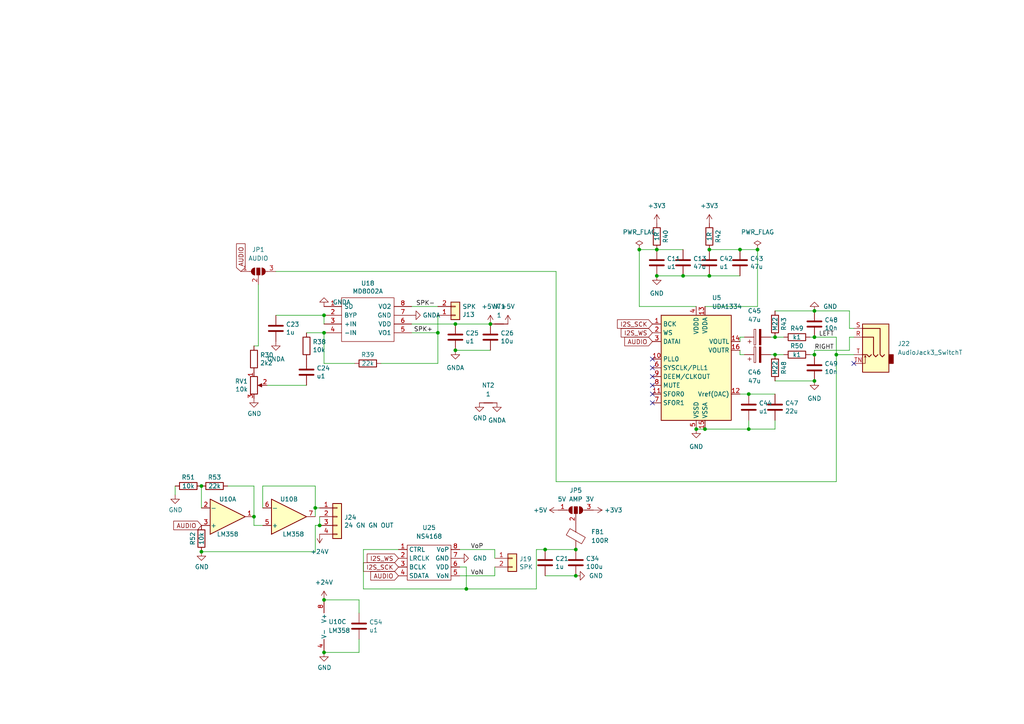
<source format=kicad_sch>
(kicad_sch (version 20231120) (generator "eeschema") (generator_version "8.0")
  (paper "A4")
  (lib_symbols
    (symbol "Amplifier_Operational:LM358" (pin_names (offset 0.127))
      (property "Reference" "U" (at 0 5.08 0))
      (property "Value" "LM358" (at 0 -5.08 0))
      (symbol "LM358_1_1"
        (polyline (pts (xy -5.08 5.08) (xy 5.08 0) (xy -5.08 -5.08) (xy -5.08 5.08)) (stroke (width 0.254)) (fill (type background)))
        (pin output line (at 7.62 0 180) (length 2.54) (name "~") (number "1"))
        (pin input line (at -7.62 -2.54 0) (length 2.54) (name "-") (number "2"))
        (pin input line (at -7.62 2.54 0) (length 2.54) (name "+") (number "3"))
      )
      (symbol "LM358_2_1"
        (polyline (pts (xy -5.08 5.08) (xy 5.08 0) (xy -5.08 -5.08) (xy -5.08 5.08)) (stroke (width 0.254)) (fill (type background)))
        (pin input line (at -7.62 2.54 0) (length 2.54) (name "+") (number "5"))
        (pin input line (at -7.62 -2.54 0) (length 2.54) (name "-") (number "6"))
        (pin output line (at 7.62 0 180) (length 2.54) (name "~") (number "7"))
      )
      (symbol "LM358_3_1"
        (pin power_in line (at -2.54 -7.62 90) (length 3.81) (name "V-") (number "4"))
        (pin power_in line (at -2.54 7.62 270) (length 3.81) (name "V+") (number "8"))
      )
    )
    (symbol "Audio:UDA1334ATS"
      (property "Reference" "U" (at -10.16 16.51 0))
      (property "Value" "UDA1334ATS" (at 3.81 16.51 0))
      (symbol "UDA1334ATS_0_1"
        (rectangle (start -10.16 15.24) (end 10.16 -15.24) (stroke (width 0.254)) (fill (type background)))
      )
      (symbol "UDA1334ATS_1_1"
        (pin input line (at -12.7 12.7 0) (length 2.54) (name "BCK") (number "1"))
        (pin input line (at -12.7 2.54 0) (length 2.54) (name "PLL0") (number "10"))
        (pin input line (at -12.7 -7.62 0) (length 2.54) (name "SFOR0") (number "11"))
        (pin passive line (at 12.7 -7.62 180) (length 2.54) (name "Vref(DAC)") (number "12"))
        (pin power_in line (at 2.54 17.78 270) (length 2.54) (name "VDDA") (number "13"))
        (pin output line (at 12.7 7.62 180) (length 2.54) (name "VOUTL") (number "14"))
        (pin power_in line (at 2.54 -17.78 90) (length 2.54) (name "VSSA") (number "15"))
        (pin output line (at 12.7 5.08 180) (length 2.54) (name "VOUTR") (number "16"))
        (pin input line (at -12.7 10.16 0) (length 2.54) (name "WS") (number "2"))
        (pin input line (at -12.7 7.62 0) (length 2.54) (name "DATAI") (number "3"))
        (pin power_in line (at 0 17.78 270) (length 2.54) (name "VDDD") (number "4"))
        (pin power_in line (at 0 -17.78 90) (length 2.54) (name "VSSD") (number "5"))
        (pin input line (at -12.7 0 0) (length 2.54) (name "SYSCLK/PLL1") (number "6"))
        (pin input line (at -12.7 -10.16 0) (length 2.54) (name "SFOR1") (number "7"))
        (pin input line (at -12.7 -5.08 0) (length 2.54) (name "MUTE") (number "8"))
        (pin bidirectional line (at -12.7 -2.54 0) (length 2.54) (name "DEEM/CLKOUT") (number "9"))
      )
    )
    (symbol "Connector_Generic:Conn_01x02" (pin_names (offset 1.016) hide)
      (property "Reference" "J" (at 0 2.54 0))
      (property "Value" "Conn_01x02" (at 0 -5.08 0))
      (symbol "Conn_01x02_1_1"
        (rectangle (start -1.27 -2.413) (end 0 -2.667) (stroke (width 0.1524)))
        (rectangle (start -1.27 0.127) (end 0 -0.127) (stroke (width 0.1524)))
        (rectangle (start -1.27 1.27) (end 1.27 -3.81) (stroke (width 0.254)) (fill (type background)))
        (pin passive line (at -5.08 0 0) (length 3.81) (name "Pin_1") (number "1"))
        (pin passive line (at -5.08 -2.54 0) (length 3.81) (name "Pin_2") (number "2"))
      )
    )
    (symbol "Connector_Generic:Conn_01x04" (pin_names (offset 1.016) hide)
      (property "Reference" "J" (at 0 5.08 0))
      (property "Value" "Conn_01x04" (at 0 -7.62 0))
      (symbol "Conn_01x04_1_1"
        (rectangle (start -1.27 -4.953) (end 0 -5.207) (stroke (width 0.1524)))
        (rectangle (start -1.27 -2.413) (end 0 -2.667) (stroke (width 0.1524)))
        (rectangle (start -1.27 0.127) (end 0 -0.127) (stroke (width 0.1524)))
        (rectangle (start -1.27 2.667) (end 0 2.413) (stroke (width 0.1524)))
        (rectangle (start -1.27 3.81) (end 1.27 -6.35) (stroke (width 0.254)) (fill (type background)))
        (pin passive line (at -5.08 2.54 0) (length 3.81) (name "Pin_1") (number "1"))
        (pin passive line (at -5.08 0 0) (length 3.81) (name "Pin_2") (number "2"))
        (pin passive line (at -5.08 -2.54 0) (length 3.81) (name "Pin_3") (number "3"))
        (pin passive line (at -5.08 -5.08 0) (length 3.81) (name "Pin_4") (number "4"))
      )
    )
    (symbol "Device:C" (pin_numbers hide) (pin_names (offset 0.254))
      (property "Reference" "C" (at 0.635 2.54 0))
      (property "Value" "C" (at 0.635 -2.54 0))
      (symbol "C_0_1"
        (polyline (pts (xy -2.032 -0.762) (xy 2.032 -0.762)) (stroke (width 0.508)))
        (polyline (pts (xy -2.032 0.762) (xy 2.032 0.762)) (stroke (width 0.508)))
      )
      (symbol "C_1_1"
        (pin passive line (at 0 3.81 270) (length 2.794) (name "~") (number "1"))
        (pin passive line (at 0 -3.81 90) (length 2.794) (name "~") (number "2"))
      )
    )
    (symbol "Device:C_Polarized" (pin_numbers hide) (pin_names (offset 0.254))
      (property "Reference" "C" (at 0.635 2.54 0))
      (property "Value" "C_Polarized" (at 0.635 -2.54 0))
      (symbol "C_Polarized_0_1"
        (rectangle (start -2.286 0.508) (end 2.286 1.016))
        (polyline (pts (xy -1.778 2.286) (xy -0.762 2.286)))
        (polyline (pts (xy -1.27 2.794) (xy -1.27 1.778)))
        (rectangle (start 2.286 -0.508) (end -2.286 -1.016) (fill (type outline)))
      )
      (symbol "C_Polarized_1_1"
        (pin passive line (at 0 3.81 270) (length 2.794) (name "~") (number "1"))
        (pin passive line (at 0 -3.81 90) (length 2.794) (name "~") (number "2"))
      )
    )
    (symbol "Device:FerriteBead" (pin_numbers hide) (pin_names (offset 0))
      (property "Reference" "FB" (at -3.81 0.635 90))
      (property "Value" "FerriteBead" (at 3.81 0 90))
      (symbol "FerriteBead_0_1"
        (polyline (pts (xy 0 -1.27) (xy 0 -1.2192)))
        (polyline (pts (xy 0 1.27) (xy 0 1.2954)))
        (polyline (pts (xy -2.7686 0.4064) (xy -1.7018 2.2606) (xy 2.7686 -0.3048) (xy 1.6764 -2.159) (xy -2.7686 0.4064)))
      )
      (symbol "FerriteBead_1_1"
        (pin passive line (at 0 3.81 270) (length 2.54) (name "~") (number "1"))
        (pin passive line (at 0 -3.81 90) (length 2.54) (name "~") (number "2"))
      )
    )
    (symbol "Device:NetTie_2" (pin_numbers hide) (pin_names (offset 0) hide)
      (property "Reference" "NT" (at 0 1.27 0))
      (property "Value" "NetTie_2" (at 0 -1.27 0))
      (symbol "NetTie_2_0_1"
        (polyline (pts (xy -1.27 0) (xy 1.27 0)) (stroke (width 0.254)))
      )
      (symbol "NetTie_2_1_1"
        (pin passive line (at -2.54 0 0) (length 2.54) (name "1") (number "1"))
        (pin passive line (at 2.54 0 180) (length 2.54) (name "2") (number "2"))
      )
    )
    (symbol "Device:R" (pin_numbers hide) (pin_names (offset 0))
      (property "Reference" "R" (at 2.032 0 90))
      (property "Value" "R" (at 0 0 90))
      (symbol "R_0_1"
        (rectangle (start -1.016 -2.54) (end 1.016 2.54) (stroke (width 0.254)))
      )
      (symbol "R_1_1"
        (pin passive line (at 0 3.81 270) (length 1.27) (name "~") (number "1"))
        (pin passive line (at 0 -3.81 90) (length 1.27) (name "~") (number "2"))
      )
    )
    (symbol "Device:R_POT" (pin_names (offset 1.016) hide)
      (property "Reference" "RV" (at -4.445 0 90))
      (property "Value" "Device_R_POT" (at -2.54 0 90))
      (symbol "R_POT_0_1"
        (polyline (pts (xy 2.54 0) (xy 1.524 0)))
        (polyline (pts (xy 1.143 0) (xy 2.286 0.508) (xy 2.286 -0.508) (xy 1.143 0)) (fill (type outline)))
        (rectangle (start 1.016 2.54) (end -1.016 -2.54) (stroke (width 0.254)))
      )
      (symbol "R_POT_1_1"
        (pin passive line (at 0 3.81 270) (length 1.27) (name "1") (number "1"))
        (pin passive line (at 3.81 0 180) (length 1.27) (name "2") (number "2"))
        (pin passive line (at 0 -3.81 90) (length 1.27) (name "3") (number "3"))
      )
    )
    (symbol "Jumper:SolderJumper_3_Open" (pin_names (offset 0) hide)
      (property "Reference" "JP" (at -2.54 -2.54 0))
      (property "Value" "SolderJumper_3_Open" (at 0 2.794 0))
      (symbol "SolderJumper_3_Open_0_1"
        (arc (start -1.016 1.016) (mid -2.0276 0) (end -1.016 -1.016))
        (arc (start -1.016 1.016) (mid -2.0276 0) (end -1.016 -1.016) (fill (type outline)))
        (rectangle (start -0.508 1.016) (end 0.508 -1.016) (fill (type outline)))
        (polyline (pts (xy -2.54 0) (xy -2.032 0)))
        (polyline (pts (xy -1.016 1.016) (xy -1.016 -1.016)))
        (polyline (pts (xy 0 -1.27) (xy 0 -1.016)))
        (polyline (pts (xy 1.016 1.016) (xy 1.016 -1.016)))
        (polyline (pts (xy 2.54 0) (xy 2.032 0)))
        (arc (start 1.016 -1.016) (mid 2.0276 0) (end 1.016 1.016))
        (arc (start 1.016 -1.016) (mid 2.0276 0) (end 1.016 1.016) (fill (type outline)))
      )
      (symbol "SolderJumper_3_Open_1_1"
        (pin passive line (at -5.08 0 0) (length 2.54) (name "A") (number "1"))
        (pin input line (at 0 -3.81 90) (length 2.54) (name "C") (number "2"))
        (pin passive line (at 5.08 0 180) (length 2.54) (name "B") (number "3"))
      )
    )
    (symbol "liebler_CONN:AudioJack3_SwitchT"
      (property "Reference" "J" (at 0 8.89 0))
      (property "Value" "AudioJack3_SwitchT" (at 0 6.35 0))
      (symbol "AudioJack3_SwitchT_0_1"
        (rectangle (start -5.08 -5.08) (end -6.35 -7.62) (stroke (width 0.254)) (fill (type outline)))
        (polyline (pts (xy 1.778 -5.334) (xy 2.032 -5.842)))
        (polyline (pts (xy 0 -5.08) (xy 0.635 -5.715) (xy 1.27 -5.08) (xy 2.54 -5.08)) (stroke (width 0.254)))
        (polyline (pts (xy 2.54 -7.62) (xy 1.778 -7.62) (xy 1.778 -5.334) (xy 1.524 -5.842)))
        (polyline (pts (xy -1.905 -5.08) (xy -1.27 -5.715) (xy -0.635 -5.08) (xy -0.635 0) (xy 2.54 0)) (stroke (width 0.254)))
        (polyline (pts (xy 2.54 2.54) (xy -2.54 2.54) (xy -2.54 -5.08) (xy -3.175 -5.715) (xy -3.81 -5.08)) (stroke (width 0.254)))
        (rectangle (start 2.54 3.81) (end -5.08 -10.16) (stroke (width 0.254)) (fill (type background)))
      )
      (symbol "AudioJack3_SwitchT_1_1"
        (pin passive line (at 5.08 0 180) (length 2.54) (name "~") (number "R"))
        (pin passive line (at 5.08 2.54 180) (length 2.54) (name "~") (number "S"))
        (pin passive line (at 5.08 -5.08 180) (length 2.54) (name "~") (number "T"))
        (pin passive line (at 5.08 -7.62 180) (length 2.54) (name "~") (number "TN"))
      )
    )
    (symbol "liebler_SEMICONDUCTORS:MD8002A" (pin_names (offset 0.762))
      (property "Reference" "IC" (at 21.59 7.62 0))
      (property "Value" "MD8002A" (at 21.59 5.08 0))
      (symbol "MD8002A_0_0"
        (pin passive line (at 0 0 0) (length 5.08) (name "SD") (number "1"))
        (pin output line (at 0 -2.54 0) (length 5.08) (name "BYP") (number "2"))
        (pin input line (at 0 -5.08 0) (length 5.08) (name "+IN") (number "3"))
        (pin input line (at 0 -7.62 0) (length 5.08) (name "-IN") (number "4"))
        (pin output line (at 25.4 -7.62 180) (length 5.08) (name "VO1") (number "5"))
        (pin power_in line (at 25.4 -5.08 180) (length 5.08) (name "VDD") (number "6"))
        (pin power_in line (at 25.4 -2.54 180) (length 5.08) (name "GND") (number "7"))
        (pin output line (at 25.4 0 180) (length 5.08) (name "VO2") (number "8"))
      )
      (symbol "MD8002A_0_1"
        (polyline (pts (xy 5.08 2.54) (xy 20.32 2.54) (xy 20.32 -10.16) (xy 5.08 -10.16) (xy 5.08 2.54)) (stroke (width 0.1524)))
      )
    )
    (symbol "liebler_SEMICONDUCTORS:NS4168"
      (property "Reference" "U" (at 0 8.89 0))
      (property "Value" "NS4168" (at 0 6.35 0))
      (symbol "NS4168_0_1"
        (rectangle (start -6.35 5.08) (end 6.35 -5.08))
      )
      (symbol "NS4168_1_1"
        (pin input line (at -8.89 3.81 0) (length 2.54) (name "CTRL") (number "1"))
        (pin input line (at -8.89 1.27 0) (length 2.54) (name "LRCLK") (number "2"))
        (pin input line (at -8.89 -1.27 0) (length 2.54) (name "BCLK") (number "3"))
        (pin input line (at -8.89 -3.81 0) (length 2.54) (name "SDATA") (number "4"))
        (pin output line (at 8.89 -3.81 180) (length 2.54) (name "VoN") (number "5"))
        (pin power_in line (at 8.89 -1.27 180) (length 2.54) (name "VDD") (number "6"))
        (pin power_in line (at 8.89 1.27 180) (length 2.54) (name "GND") (number "7"))
        (pin output line (at 8.89 3.81 180) (length 2.54) (name "VoP") (number "8"))
      )
    )
    (symbol "power:+24V" (power) (pin_names (offset 0))
      (property "Value" "+24V" (at 0 3.556 0))
      (symbol "+24V_0_1"
        (polyline (pts (xy -0.762 1.27) (xy 0 2.54)))
        (polyline (pts (xy 0 0) (xy 0 2.54)))
        (polyline (pts (xy 0 2.54) (xy 0.762 1.27)))
      )
      (symbol "+24V_1_1"
        (pin power_in line (at 0 0 90) (length 0) hide (name "+24V") (number "1"))
      )
    )
    (symbol "power:+3.3V" (power) (pin_names (offset 0))
      (property "Value" "+3.3V" (at 0 3.556 0))
      (symbol "+3.3V_0_1"
        (polyline (pts (xy -0.762 1.27) (xy 0 2.54)))
        (polyline (pts (xy 0 0) (xy 0 2.54)))
        (polyline (pts (xy 0 2.54) (xy 0.762 1.27)))
      )
      (symbol "+3.3V_1_1"
        (pin power_in line (at 0 0 90) (length 0) hide (name "+3V3") (number "1"))
      )
    )
    (symbol "power:+5V" (power) (pin_names (offset 0))
      (property "Value" "+5V" (at 0 3.556 0))
      (symbol "+5V_0_1"
        (polyline (pts (xy -0.762 1.27) (xy 0 2.54)))
        (polyline (pts (xy 0 0) (xy 0 2.54)))
        (polyline (pts (xy 0 2.54) (xy 0.762 1.27)))
      )
      (symbol "+5V_1_1"
        (pin power_in line (at 0 0 90) (length 0) hide (name "+5V") (number "1"))
      )
    )
    (symbol "power:+5VA" (power) (pin_names (offset 0))
      (property "Value" "+5VA" (at 0 3.556 0))
      (symbol "+5VA_0_1"
        (polyline (pts (xy -0.762 1.27) (xy 0 2.54)))
        (polyline (pts (xy 0 0) (xy 0 2.54)))
        (polyline (pts (xy 0 2.54) (xy 0.762 1.27)))
      )
      (symbol "+5VA_1_1"
        (pin power_in line (at 0 0 90) (length 0) hide (name "+5VA") (number "1"))
      )
    )
    (symbol "power:GND" (power) (pin_names (offset 0))
      (property "Value" "GND" (at 0 -3.81 0))
      (symbol "GND_0_1"
        (polyline (pts (xy 0 0) (xy 0 -1.27) (xy 1.27 -1.27) (xy 0 -2.54) (xy -1.27 -1.27) (xy 0 -1.27)))
      )
      (symbol "GND_1_1"
        (pin power_in line (at 0 0 270) (length 0) hide (name "GND") (number "1"))
      )
    )
    (symbol "power:GNDA" (power) (pin_names (offset 0))
      (property "Value" "GNDA" (at 0 -3.81 0))
      (symbol "GNDA_0_1"
        (polyline (pts (xy 0 0) (xy 0 -1.27) (xy 1.27 -1.27) (xy 0 -2.54) (xy -1.27 -1.27) (xy 0 -1.27)))
      )
      (symbol "GNDA_1_1"
        (pin power_in line (at 0 0 270) (length 0) hide (name "GNDA") (number "1"))
      )
    )
    (symbol "power:PWR_FLAG" (power) (pin_numbers hide) (pin_names (offset 0) hide)
      (property "Value" "PWR_FLAG" (at 0 3.81 0))
      (symbol "PWR_FLAG_0_0"
        (pin power_out line (at 0 0 90) (length 0) (name "pwr") (number "1"))
      )
      (symbol "PWR_FLAG_0_1"
        (polyline (pts (xy 0 0) (xy 0 1.27) (xy -1.016 1.905) (xy 0 2.54) (xy 1.016 1.905) (xy 0 1.27)))
      )
    )
  )
  (junction (at 58.42 140.97))
  (junction (at 190.5 72.39))
  (junction (at 224.79 97.79))
  (junction (at 92.71 152.4))
  (junction (at 198.12 80.01))
  (junction (at 135.255 170.815))
  (junction (at 93.98 189.23))
  (junction (at 205.74 72.39))
  (junction (at 205.74 80.01))
  (junction (at 167.005 167.005))
  (junction (at 73.66 149.86))
  (junction (at 167.005 159.385))
  (junction (at 185.42 72.39))
  (junction (at 91.44 147.32))
  (junction (at 132.08 101.6))
  (junction (at 217.17 124.46))
  (junction (at 201.93 124.46))
  (junction (at 58.42 160.02))
  (junction (at 93.98 96.52))
  (junction (at 190.5 80.01))
  (junction (at 214.63 72.39))
  (junction (at 236.22 102.87))
  (junction (at 127 96.52))
  (junction (at 158.115 159.385))
  (junction (at 217.17 114.3))
  (junction (at 132.08 93.98))
  (junction (at 236.22 97.79))
  (junction (at 236.22 90.17))
  (junction (at 142.24 93.98))
  (junction (at 236.22 110.49))
  (junction (at 242.57 102.87))
  (junction (at 93.98 91.44))
  (junction (at 204.47 124.46))
  (junction (at 219.71 72.39))
  (junction (at 224.79 102.87))
  (junction (at 93.98 173.99))
  (no_connect (at 189.23 106.68))
  (no_connect (at 247.65 105.41))
  (no_connect (at 189.23 109.22))
  (no_connect (at 189.23 114.3))
  (no_connect (at 189.23 104.14))
  (no_connect (at 189.23 111.76))
  (no_connect (at 189.23 116.84))
  (wire (pts (xy 217.17 114.3) (xy 224.79 114.3)))
  (wire (pts (xy 105.41 159.385) (xy 115.57 159.385)))
  (wire (pts (xy 135.255 170.815) (xy 105.41 170.815)))
  (wire (pts (xy 246.38 101.6) (xy 236.22 101.6)))
  (wire (pts (xy 76.2 152.4) (xy 73.66 152.4)))
  (wire (pts (xy 76.2 140.97) (xy 91.44 140.97)))
  (wire (pts (xy 73.66 152.4) (xy 73.66 149.86)))
  (wire (pts (xy 133.35 164.465) (xy 135.255 164.465)))
  (wire (pts (xy 214.63 72.39) (xy 219.71 72.39)))
  (wire (pts (xy 119.38 93.98) (xy 132.08 93.98)))
  (wire (pts (xy 93.98 96.52) (xy 88.9 96.52)))
  (wire (pts (xy 119.38 96.52) (xy 127 96.52)))
  (wire (pts (xy 91.44 147.32) (xy 91.44 149.86)))
  (wire (pts (xy 201.93 88.9) (xy 185.42 88.9)))
  (wire (pts (xy 236.22 90.17) (xy 246.38 90.17)))
  (wire (pts (xy 224.79 97.79) (xy 227.33 97.79)))
  (wire (pts (xy 58.42 140.97) (xy 58.42 147.32)))
  (wire (pts (xy 155.575 170.815) (xy 155.575 159.385)))
  (wire (pts (xy 155.575 159.385) (xy 158.115 159.385)))
  (wire (pts (xy 224.79 90.17) (xy 236.22 90.17)))
  (wire (pts (xy 242.57 102.87) (xy 242.57 139.7)))
  (wire (pts (xy 246.38 95.25) (xy 247.65 95.25)))
  (wire (pts (xy 246.38 97.79) (xy 246.38 101.6)))
  (wire (pts (xy 161.29 78.74) (xy 80.01 78.74)))
  (wire (pts (xy 214.63 114.3) (xy 217.17 114.3)))
  (wire (pts (xy 74.93 100.33) (xy 73.66 100.33)))
  (wire (pts (xy 104.14 173.99) (xy 104.14 177.8)))
  (wire (pts (xy 133.35 159.385) (xy 143.51 159.385)))
  (wire (pts (xy 93.98 105.41) (xy 102.87 105.41)))
  (wire (pts (xy 214.63 102.87) (xy 215.9 102.87)))
  (wire (pts (xy 223.52 102.87) (xy 224.79 102.87)))
  (wire (pts (xy 236.22 97.79) (xy 242.57 97.79)))
  (wire (pts (xy 92.71 149.86) (xy 92.71 152.4)))
  (wire (pts (xy 204.47 124.46) (xy 217.17 124.46)))
  (wire (pts (xy 242.57 97.79) (xy 242.57 102.87)))
  (wire (pts (xy 236.22 101.6) (xy 236.22 102.87)))
  (wire (pts (xy 234.95 102.87) (xy 236.22 102.87)))
  (wire (pts (xy 190.5 80.01) (xy 198.12 80.01)))
  (wire (pts (xy 214.63 99.06) (xy 214.63 97.79)))
  (wire (pts (xy 242.57 102.87) (xy 247.65 102.87)))
  (wire (pts (xy 142.24 93.98) (xy 132.08 93.98)))
  (wire (pts (xy 185.42 88.9) (xy 185.42 72.39)))
  (wire (pts (xy 133.35 167.005) (xy 143.51 167.005)))
  (wire (pts (xy 214.63 97.79) (xy 215.9 97.79)))
  (wire (pts (xy 105.41 170.815) (xy 105.41 159.385)))
  (wire (pts (xy 246.38 97.79) (xy 247.65 97.79)))
  (wire (pts (xy 119.38 88.9) (xy 127 88.9)))
  (wire (pts (xy 91.44 147.32) (xy 92.71 147.32)))
  (wire (pts (xy 93.98 173.99) (xy 104.14 173.99)))
  (wire (pts (xy 143.51 159.385) (xy 143.51 161.925)))
  (wire (pts (xy 201.93 124.46) (xy 204.47 124.46)))
  (wire (pts (xy 242.57 139.7) (xy 161.29 139.7)))
  (wire (pts (xy 73.66 149.86) (xy 73.66 140.97)))
  (wire (pts (xy 91.44 160.02) (xy 58.42 160.02)))
  (wire (pts (xy 91.44 140.97) (xy 91.44 147.32)))
  (wire (pts (xy 224.79 110.49) (xy 236.22 110.49)))
  (wire (pts (xy 110.49 105.41) (xy 127 105.41)))
  (wire (pts (xy 142.24 101.6) (xy 132.08 101.6)))
  (wire (pts (xy 93.98 96.52) (xy 93.98 105.41)))
  (wire (pts (xy 127 91.44) (xy 127 96.52)))
  (wire (pts (xy 205.74 72.39) (xy 214.63 72.39)))
  (wire (pts (xy 50.8 140.97) (xy 50.8 143.51)))
  (wire (pts (xy 77.47 111.76) (xy 88.9 111.76)))
  (wire (pts (xy 135.255 164.465) (xy 135.255 170.815)))
  (wire (pts (xy 135.255 170.815) (xy 155.575 170.815)))
  (wire (pts (xy 91.44 152.4) (xy 92.71 152.4)))
  (wire (pts (xy 205.74 80.01) (xy 214.63 80.01)))
  (wire (pts (xy 127 96.52) (xy 127 105.41)))
  (wire (pts (xy 217.17 124.46) (xy 224.79 124.46)))
  (wire (pts (xy 223.52 97.79) (xy 224.79 97.79)))
  (wire (pts (xy 104.14 189.23) (xy 104.14 185.42)))
  (wire (pts (xy 93.98 189.23) (xy 104.14 189.23)))
  (wire (pts (xy 224.79 124.46) (xy 224.79 121.92)))
  (wire (pts (xy 185.42 72.39) (xy 190.5 72.39)))
  (wire (pts (xy 190.5 72.39) (xy 198.12 72.39)))
  (wire (pts (xy 158.115 167.005) (xy 167.005 167.005)))
  (wire (pts (xy 73.66 140.97) (xy 66.04 140.97)))
  (wire (pts (xy 76.2 147.32) (xy 76.2 140.97)))
  (wire (pts (xy 219.71 72.39) (xy 219.71 88.9)))
  (wire (pts (xy 158.115 159.385) (xy 167.005 159.385)))
  (wire (pts (xy 143.51 167.005) (xy 143.51 164.465)))
  (wire (pts (xy 80.01 91.44) (xy 93.98 91.44)))
  (wire (pts (xy 74.93 82.55) (xy 74.93 100.33)))
  (wire (pts (xy 217.17 124.46) (xy 217.17 121.92)))
  (wire (pts (xy 224.79 102.87) (xy 227.33 102.87)))
  (wire (pts (xy 214.63 101.6) (xy 214.63 102.87)))
  (wire (pts (xy 198.12 80.01) (xy 205.74 80.01)))
  (wire (pts (xy 219.71 88.9) (xy 204.47 88.9)))
  (wire (pts (xy 91.44 152.4) (xy 91.44 160.02)))
  (wire (pts (xy 93.98 93.98) (xy 93.98 91.44)))
  (wire (pts (xy 246.38 90.17) (xy 246.38 95.25)))
  (wire (pts (xy 161.29 139.7) (xy 161.29 78.74)))
  (wire (pts (xy 234.95 97.79) (xy 236.22 97.79)))
  (label "VoP" (at 136.525 159.385 0))
  (label "SPK-" (at 120.65 88.9 0))
  (label "RIGHT" (at 236.22 101.6 0))
  (label "SPK+" (at 120.015 96.52 0))
  (label "LEFT" (at 237.49 97.79 0))
  (label "VoN" (at 136.525 167.005 0))
  (global_label "AUDIO" (shape input) (at 115.57 167.005 180) (property "Intersheetrefs" "${INTERSHEET_REFS}" (effects (hide yes))))
  (global_label "AUDIO" (shape input) (at 58.42 152.4 180) (property "Intersheetrefs" "${INTERSHEET_REFS}" (effects (hide yes))))
  (global_label "I2S_WS" (shape input) (at 189.23 96.52 180) (property "Intersheetrefs" "${INTERSHEET_REFS}" (effects (hide yes))))
  (global_label "AUDIO" (shape input) (at 69.85 78.74 90) (property "Intersheetrefs" "${INTERSHEET_REFS}" (effects (hide yes))))
  (global_label "AUDIO" (shape input) (at 189.23 99.06 180) (property "Intersheetrefs" "${INTERSHEET_REFS}" (effects (hide yes))))
  (global_label "I2S_SCK" (shape input) (at 189.23 93.98 180) (property "Intersheetrefs" "${INTERSHEET_REFS}" (effects (hide yes))))
  (global_label "I2S_SCK" (shape input) (at 115.57 164.465 180) (property "Intersheetrefs" "${INTERSHEET_REFS}" (effects (hide yes))))
  (global_label "I2S_WS" (shape input) (at 115.57 161.925 180) (property "Intersheetrefs" "${INTERSHEET_REFS}" (effects (hide yes))))
  (symbol (lib_id "Connector_Generic:Conn_01x02") (at 132.08 91.44 0) (mirror x) (unit 1)
    (property "Reference" "J13" (at 134.112 91.2368 0) (effects (justify left)))
    (property "Value" "SPK" (at 134.112 88.9254 0) (effects (justify left)))
    (property "Footprint" "Connector_Wire:SolderWire-0.1sqmm_1x02_P3.6mm_D0.4mm_OD1mm" (effects (hide yes)))
  )
  (symbol (lib_id "Device:C") (at 132.08 97.79 0) (unit 1)
    (property "Reference" "C25" (at 135.001 96.6216 0) (effects (justify left)))
    (property "Value" "u1" (at 135.001 98.933 0) (effects (justify left)))
    (property "Footprint" "Capacitor_SMD:C_0603_1608Metric" (effects (hide yes)))
    (property "Option" "Sound only" (effects (hide yes)))
  )
  (symbol (lib_id "liebler_SEMICONDUCTORS:MD8002A") (at 93.98 88.9 0) (unit 1)
    (property "Reference" "U18" (at 106.68 82.169 0))
    (property "Value" "MD8002A" (at 106.68 84.4804 0))
    (property "Footprint" "Package_SO:SOIC-8_3.9x4.9mm_P1.27mm" (effects (hide yes)))
    (property "Datasheet" "https://www.sunrom.com/get/408862" (effects (hide yes)))
    (property "Description" "Audio Amplifier, SOP8" (effects (hide yes)))
    (property "Height" "1.75" (effects (hide yes)))
    (property "Manufacturer_Name" "Sunrom" (effects (hide yes)))
    (property "Manufacturer_Part_Number" "MD8002A" (effects (hide yes)))
  )
  (symbol (lib_id "Device:C") (at 80.01 95.25 0) (unit 1)
    (property "Reference" "C23" (at 82.931 94.0816 0) (effects (justify left)))
    (property "Value" "1u" (at 82.931 96.393 0) (effects (justify left)))
    (property "Footprint" "Capacitor_SMD:C_0603_1608Metric" (effects (hide yes)))
    (property "Option" "Sound only" (effects (hide yes)))
  )
  (symbol (lib_id "Device:C") (at 142.24 97.79 0) (unit 1)
    (property "Reference" "C26" (at 145.161 96.6216 0) (effects (justify left)))
    (property "Value" "10u" (at 145.161 98.933 0) (effects (justify left)))
    (property "Footprint" "Capacitor_SMD:C_0603_1608Metric" (effects (hide yes)))
  )
  (symbol (lib_id "Device:C") (at 88.9 107.95 0) (unit 1)
    (property "Reference" "C24" (at 91.821 106.7816 0) (effects (justify left)))
    (property "Value" "u1" (at 91.821 109.093 0) (effects (justify left)))
    (property "Footprint" "Capacitor_SMD:C_0603_1608Metric" (effects (hide yes)))
    (property "Option" "Sound only" (effects (hide yes)))
  )
  (symbol (lib_id "Device:R") (at 88.9 100.33 0) (unit 1)
    (property "Reference" "R38" (at 90.678 99.1616 0) (effects (justify left)))
    (property "Value" "10k" (at 90.678 101.473 0) (effects (justify left)))
    (property "Footprint" "Resistor_SMD:R_0603_1608Metric" (effects (hide yes)))
    (property "Option" "Sound only" (effects (hide yes)))
  )
  (symbol (lib_id "Device:R_POT") (at 73.66 111.76 0) (unit 1)
    (property "Reference" "RV1" (at 71.9074 110.5916 0) (effects (justify right)))
    (property "Value" "10k" (at 71.9074 112.903 0) (effects (justify right)))
    (property "Footprint" "liebler_MECH:Potentiometer_Alps_RK09K_Single_Vertical" (effects (hide yes)))
    (property "Option" "Sound only" (effects (hide yes)))
  )
  (symbol (lib_id "Device:R") (at 106.68 105.41 270) (unit 1)
    (property "Reference" "R39" (at 106.68 102.87 90))
    (property "Value" "22k" (at 106.68 105.41 90))
    (property "Footprint" "Resistor_SMD:R_0603_1608Metric" (effects (hide yes)))
    (property "Option" "Sound only" (effects (hide yes)))
  )
  (symbol (lib_id "power:GND") (at 73.66 115.57 0) (unit 1)
    (property "Reference" "#PWR0205" (effects (hide yes)))
    (property "Value" "GND" (at 73.787 119.9642 0))
  )
  (symbol (lib_id "Device:R") (at 73.66 104.14 0) (unit 1)
    (property "Reference" "R30" (at 75.438 102.9716 0) (effects (justify left)))
    (property "Value" "2k2" (at 75.438 105.283 0) (effects (justify left)))
    (property "Footprint" "Resistor_SMD:R_0603_1608Metric" (effects (hide yes)))
    (property "Option" "Sound only" (effects (hide yes)))
  )
  (symbol (lib_id "power:GNDA") (at 93.98 88.9 180) (unit 1)
    (property "Reference" "#PWR0194" (effects (hide yes)))
    (property "Value" "GNDA" (at 96.52 87.6299 0) (effects (justify right)))
  )
  (symbol (lib_id "Device:C") (at 104.14 181.61 180) (unit 1)
    (property "Reference" "C54" (at 107.061 180.4416 0) (effects (justify right)))
    (property "Value" "u1" (at 107.061 182.753 0) (effects (justify right)))
    (property "Footprint" "Capacitor_SMD:C_0603_1608Metric" (effects (hide yes)))
  )
  (symbol (lib_id "Device:C") (at 214.63 76.2 180) (unit 1)
    (property "Reference" "C43" (at 217.551 75.0316 0) (effects (justify right)))
    (property "Value" "47u" (at 217.551 77.343 0) (effects (justify right)))
    (property "Footprint" "Capacitor_SMD:C_0603_1608Metric" (effects (hide yes)))
  )
  (symbol (lib_id "Device:R") (at 231.14 102.87 90) (unit 1)
    (property "Reference" "R50" (at 231.14 100.33 90))
    (property "Value" "k1" (at 231.14 102.87 90))
    (property "Footprint" "Resistor_SMD:R_0402_1005Metric" (effects (hide yes)))
  )
  (symbol (lib_id "Device:C") (at 167.005 163.195 0) (unit 1)
    (property "Reference" "C34" (at 169.926 162.0266 0) (effects (justify left)))
    (property "Value" "100u" (at 169.926 164.338 0) (effects (justify left)))
    (property "Footprint" "Capacitor_SMD:C_1206_3216Metric_Pad1.33x1.80mm_HandSolder" (effects (hide yes)))
  )
  (symbol (lib_id "Device:C") (at 158.115 163.195 0) (unit 1)
    (property "Reference" "C21" (at 161.036 162.0266 0) (effects (justify left)))
    (property "Value" "1u" (at 161.036 164.338 0) (effects (justify left)))
    (property "Footprint" "Capacitor_SMD:C_0805_2012Metric_Pad1.18x1.45mm_HandSolder" (effects (hide yes)))
  )
  (symbol (lib_id "Device:C") (at 236.22 93.98 180) (unit 1)
    (property "Reference" "C48" (at 239.141 92.8116 0) (effects (justify right)))
    (property "Value" "10n" (at 239.141 95.123 0) (effects (justify right)))
    (property "Footprint" "Capacitor_SMD:C_0603_1608Metric" (effects (hide yes)))
  )
  (symbol (lib_id "power:+5V") (at 161.925 147.955 90) (unit 1)
    (property "Reference" "#PWR0203" (effects (hide yes)))
    (property "Value" "+5V" (at 158.75 147.9549 90) (effects (justify left)))
  )
  (symbol (lib_id "power:GNDA") (at 144.145 116.84 0) (unit 1)
    (property "Reference" "#PWR071" (effects (hide yes)))
    (property "Value" "GNDA" (at 144.145 121.92 0))
  )
  (symbol (lib_id "Device:C") (at 217.17 118.11 180) (unit 1)
    (property "Reference" "C44" (at 220.091 116.9416 0) (effects (justify right)))
    (property "Value" "u1" (at 220.091 119.253 0) (effects (justify right)))
    (property "Footprint" "Capacitor_SMD:C_0603_1608Metric" (effects (hide yes)))
  )
  (symbol (lib_id "power:+24V") (at 93.98 173.99 0) (unit 1)
    (property "Reference" "#PWR063" (effects (hide yes)))
    (property "Value" "+24V" (at 93.98 168.91 0))
  )
  (symbol (lib_id "Jumper:SolderJumper_3_Open") (at 167.005 147.955 0) (unit 1)
    (property "Reference" "JP5" (at 167.005 142.24 0))
    (property "Value" "5V AMP 3V" (at 167.005 144.78 0))
    (property "Footprint" "Jumper:SolderJumper-3_P1.3mm_Open_RoundedPad1.0x1.5mm_NumberLabels" (effects (hide yes)))
  )
  (symbol (lib_id "Amplifier_Operational:LM358") (at 96.52 181.61 0) (unit 3)
    (property "Reference" "U10" (at 95.25 180.3399 0) (effects (justify left)))
    (property "Value" "LM358" (at 95.25 182.8799 0) (effects (justify left)))
    (property "Footprint" "Package_SO:SOIC-8_3.9x4.9mm_P1.27mm" (effects (hide yes)))
    (property "Datasheet" "http://www.ti.com/lit/ds/symlink/lm2904-n.pdf" (effects (hide yes)))
  )
  (symbol (lib_id "power:GND") (at 236.22 110.49 0) (unit 1)
    (property "Reference" "#PWR0174" (effects (hide yes)))
    (property "Value" "GND" (at 236.22 115.57 0))
  )
  (symbol (lib_id "Device:C") (at 198.12 76.2 180) (unit 1)
    (property "Reference" "C13" (at 201.041 75.0316 0) (effects (justify right)))
    (property "Value" "47u" (at 201.041 77.343 0) (effects (justify right)))
    (property "Footprint" "Capacitor_SMD:C_0603_1608Metric" (effects (hide yes)))
  )
  (symbol (lib_id "power:GND") (at 201.93 124.46 0) (unit 1)
    (property "Reference" "#PWR0140" (effects (hide yes)))
    (property "Value" "GND" (at 201.93 129.54 0))
  )
  (symbol (lib_id "power:GND") (at 133.35 161.925 90) (unit 1)
    (property "Reference" "#PWR0202" (effects (hide yes)))
    (property "Value" "GND" (at 137.16 161.9249 90) (effects (justify right)))
  )
  (symbol (lib_id "Device:FerriteBead") (at 167.005 155.575 0) (unit 1)
    (property "Reference" "FB1" (at 171.45 154.2541 0) (effects (justify left)))
    (property "Value" "100R" (at 171.45 156.7941 0) (effects (justify left)))
    (property "Footprint" "Inductor_SMD:L_0805_2012Metric" (effects (hide yes)))
  )
  (symbol (lib_id "power:+3.3V") (at 172.085 147.955 270) (unit 1)
    (property "Reference" "#PWR0206" (effects (hide yes)))
    (property "Value" "+3V3" (at 175.26 147.9549 90) (effects (justify left)))
  )
  (symbol (lib_id "power:GND") (at 236.22 90.17 180) (unit 1)
    (property "Reference" "#PWR0175" (effects (hide yes)))
    (property "Value" "GND" (at 238.76 88.8999 0) (effects (justify right)))
  )
  (symbol (lib_id "power:+5VA") (at 142.24 93.98 0) (unit 1)
    (property "Reference" "#PWR0133" (effects (hide yes)))
    (property "Value" "+5VA" (at 142.24 88.9 0))
  )
  (symbol (lib_id "power:GNDA") (at 132.08 101.6 0) (unit 1)
    (property "Reference" "#PWR0193" (effects (hide yes)))
    (property "Value" "GNDA" (at 132.08 106.68 0))
  )
  (symbol (lib_id "power:+5V") (at 147.32 93.98 0) (unit 1)
    (property "Reference" "#PWR0121" (effects (hide yes)))
    (property "Value" "+5V" (at 147.32 88.9 0))
  )
  (symbol (lib_id "Audio:UDA1334ATS") (at 201.93 106.68 0) (unit 1)
    (property "Reference" "U5" (at 206.4894 86.36 0) (effects (justify left)))
    (property "Value" "UDA1334" (at 206.4894 88.9 0) (effects (justify left)))
    (property "Footprint" "Package_SO:SSOP-16_4.4x5.2mm_P0.65mm" (effects (hide yes)))
    (property "Datasheet" "http://www.nxp.com/docs/en/data-sheet/UDA1334ATS.pdf" (effects (hide yes)))
  )
  (symbol (lib_id "Device:C") (at 205.74 76.2 180) (unit 1)
    (property "Reference" "C42" (at 208.661 75.0316 0) (effects (justify right)))
    (property "Value" "u1" (at 208.661 77.343 0) (effects (justify right)))
    (property "Footprint" "Capacitor_SMD:C_0603_1608Metric" (effects (hide yes)))
  )
  (symbol (lib_id "Device:C") (at 236.22 106.68 180) (unit 1)
    (property "Reference" "C49" (at 239.141 105.5116 0) (effects (justify right)))
    (property "Value" "10n" (at 239.141 107.823 0) (effects (justify right)))
    (property "Footprint" "Capacitor_SMD:C_0402_1005Metric" (effects (hide yes)))
  )
  (symbol (lib_id "power:GND") (at 58.42 160.02 0) (unit 1)
    (property "Reference" "#PWR018" (effects (hide yes)))
    (property "Value" "GND" (at 58.547 164.4142 0))
  )
  (symbol (lib_id "power:GND") (at 190.5 80.01 0) (unit 1)
    (property "Reference" "#PWR0172" (effects (hide yes)))
    (property "Value" "GND" (at 190.5 85.09 0))
  )
  (symbol (lib_id "Device:R") (at 224.79 106.68 180) (unit 1)
    (property "Reference" "R48" (at 227.33 106.68 90))
    (property "Value" "M22" (at 224.79 106.68 90))
    (property "Footprint" "Resistor_SMD:R_0402_1005Metric" (effects (hide yes)))
  )
  (symbol (lib_id "Device:C") (at 224.79 118.11 180) (unit 1)
    (property "Reference" "C47" (at 227.711 116.9416 0) (effects (justify right)))
    (property "Value" "22u" (at 227.711 119.253 0) (effects (justify right)))
    (property "Footprint" "Capacitor_SMD:C_0603_1608Metric" (effects (hide yes)))
  )
  (symbol (lib_id "Device:C") (at 190.5 76.2 180) (unit 1)
    (property "Reference" "C11" (at 193.421 75.0316 0) (effects (justify right)))
    (property "Value" "u1" (at 193.421 77.343 0) (effects (justify right)))
    (property "Footprint" "Capacitor_SMD:C_0603_1608Metric" (effects (hide yes)))
  )
  (symbol (lib_id "power:GND") (at 50.8 143.51 0) (unit 1)
    (property "Reference" "#PWR016" (effects (hide yes)))
    (property "Value" "GND" (at 50.927 147.9042 0))
  )
  (symbol (lib_id "Amplifier_Operational:LM358") (at 66.04 149.86 0) (mirror x) (unit 1)
    (property "Reference" "U10" (at 66.04 144.78 0))
    (property "Value" "LM358" (at 66.04 154.94 0))
    (property "Footprint" "Package_SO:SOIC-8_3.9x4.9mm_P1.27mm" (effects (hide yes)))
    (property "Datasheet" "http://www.ti.com/lit/ds/symlink/lm2904-n.pdf" (effects (hide yes)))
  )
  (symbol (lib_id "Device:R") (at 54.61 140.97 90) (unit 1)
    (property "Reference" "R51" (at 54.61 138.43 90))
    (property "Value" "10k" (at 54.61 140.97 90))
    (property "Footprint" "Resistor_SMD:R_0603_1608Metric" (effects (hide yes)))
  )
  (symbol (lib_id "power:GND") (at 139.065 116.84 0) (unit 1)
    (property "Reference" "#PWR070" (effects (hide yes)))
    (property "Value" "GND" (at 139.192 121.2342 0))
  )
  (symbol (lib_id "Device:C_Polarized") (at 219.71 97.79 90) (unit 1)
    (property "Reference" "C45" (at 218.821 90.17 90))
    (property "Value" "47u" (at 218.821 92.71 90))
    (property "Footprint" "Capacitor_SMD:CP_Elec_5x5.4" (effects (hide yes)))
  )
  (symbol (lib_id "Device:R") (at 190.5 68.58 180) (unit 1)
    (property "Reference" "R40" (at 193.04 68.58 90))
    (property "Value" "1R" (at 190.5 68.58 90))
    (property "Footprint" "Resistor_SMD:R_0603_1608Metric" (effects (hide yes)))
  )
  (symbol (lib_id "power:GND") (at 93.98 189.23 0) (unit 1)
    (property "Reference" "#PWR064" (effects (hide yes)))
    (property "Value" "GND" (at 94.107 193.6242 0))
  )
  (symbol (lib_id "Device:NetTie_2") (at 144.78 93.98 0) (unit 1)
    (property "Reference" "NT1" (at 144.78 88.9 0))
    (property "Value" "1" (at 144.78 91.44 0))
    (property "Footprint" "NetTie:NetTie-2_SMD_Pad0.5mm" (effects (hide yes)))
  )
  (symbol (lib_id "liebler_CONN:AudioJack3_SwitchT") (at 252.73 97.79 0) (mirror y) (unit 1)
    (property "Reference" "J22" (at 260.35 99.6949 0) (effects (justify right)))
    (property "Value" "AudioJack3_SwitchT" (at 260.35 102.2349 0) (effects (justify right)))
    (property "Footprint" "liebler_CONN:PJ-327A" (effects (hide yes)))
  )
  (symbol (lib_id "power:GNDA") (at 119.38 91.44 90) (unit 1)
    (property "Reference" "#PWR0184" (effects (hide yes)))
    (property "Value" "GNDA" (at 122.555 91.4399 90) (effects (justify right)))
  )
  (symbol (lib_id "Device:NetTie_2") (at 141.605 116.84 0) (unit 1)
    (property "Reference" "NT2" (at 141.605 111.76 0))
    (property "Value" "1" (at 141.605 114.3 0))
    (property "Footprint" "NetTie:NetTie-2_SMD_Pad0.5mm" (effects (hide yes)))
  )
  (symbol (lib_id "power:+24V") (at 92.71 154.94 180) (unit 1)
    (property "Reference" "#PWR0183" (effects (hide yes)))
    (property "Value" "+24V" (at 92.71 160.02 0))
  )
  (symbol (lib_id "power:PWR_FLAG") (at 185.42 72.39 0) (unit 1)
    (property "Reference" "#FLG0107" (effects (hide yes)))
    (property "Value" "PWR_FLAG" (at 185.42 67.31 0))
  )
  (symbol (lib_id "Connector_Generic:Conn_01x04") (at 97.79 149.86 0) (unit 1)
    (property "Reference" "J24" (at 99.822 150.0632 0) (effects (justify left)))
    (property "Value" "24 GN GN OUT" (at 99.822 152.3746 0) (effects (justify left)))
    (property "Footprint" "Connector_JST:JST_XH_S4B-XH-A_1x04_P2.50mm_Horizontal" (effects (hide yes)))
  )
  (symbol (lib_id "power:GND") (at 167.005 167.005 90) (unit 1)
    (property "Reference" "#PWR0204" (effects (hide yes)))
    (property "Value" "GND" (at 170.815 167.0049 90) (effects (justify right)))
  )
  (symbol (lib_id "Amplifier_Operational:LM358") (at 83.82 149.86 0) (mirror x) (unit 2)
    (property "Reference" "U10" (at 83.82 144.78 0))
    (property "Value" "LM358" (at 85.09 154.94 0))
    (property "Footprint" "Package_SO:SOIC-8_3.9x4.9mm_P1.27mm" (effects (hide yes)))
    (property "Datasheet" "http://www.ti.com/lit/ds/symlink/lm2904-n.pdf" (effects (hide yes)))
  )
  (symbol (lib_id "power:PWR_FLAG") (at 219.71 72.39 0) (unit 1)
    (property "Reference" "#FLG0106" (effects (hide yes)))
    (property "Value" "PWR_FLAG" (at 219.71 67.31 0))
  )
  (symbol (lib_id "Device:R") (at 205.74 68.58 180) (unit 1)
    (property "Reference" "R42" (at 208.28 68.58 90))
    (property "Value" "1R" (at 205.74 68.58 90))
    (property "Footprint" "Resistor_SMD:R_0603_1608Metric" (effects (hide yes)))
  )
  (symbol (lib_id "Device:R") (at 62.23 140.97 270) (unit 1)
    (property "Reference" "R53" (at 62.23 138.43 90))
    (property "Value" "22k" (at 62.23 140.97 90))
    (property "Footprint" "Resistor_SMD:R_0603_1608Metric" (effects (hide yes)))
    (property "Option" "Sound only" (effects (hide yes)))
  )
  (symbol (lib_id "power:GNDA") (at 80.01 99.06 0) (unit 1)
    (property "Reference" "#PWR0195" (effects (hide yes)))
    (property "Value" "GNDA" (at 80.01 104.14 0))
  )
  (symbol (lib_id "liebler_SEMICONDUCTORS:NS4168") (at 124.46 163.195 0) (unit 1)
    (property "Reference" "U25" (at 124.46 153.035 0))
    (property "Value" "NS4168" (at 124.46 155.575 0))
    (property "Footprint" "liebler_SEMICONDUCTORS:SOIC-8_3.9x4.9mm_Pitch1.27mm_pad_handsolder" (effects (hide yes)))
  )
  (symbol (lib_id "Device:C_Polarized") (at 219.71 102.87 90) (unit 1)
    (property "Reference" "C46" (at 218.821 107.95 90))
    (property "Value" "47u" (at 218.821 110.49 90))
    (property "Footprint" "Capacitor_SMD:CP_Elec_5x5.4" (effects (hide yes)))
  )
  (symbol (lib_id "Jumper:SolderJumper_3_Open") (at 74.93 78.74 0) (unit 1)
    (property "Reference" "JP1" (at 74.93 72.39 0))
    (property "Value" "AUDIO" (at 74.93 74.93 0))
    (property "Footprint" "Jumper:SolderJumper-3_P1.3mm_Open_RoundedPad1.0x1.5mm_NumberLabels" (effects (hide yes)))
  )
  (symbol (lib_id "Device:R") (at 58.42 156.21 180) (unit 1)
    (property "Reference" "R52" (at 55.88 156.21 90))
    (property "Value" "10k" (at 58.42 156.21 90))
    (property "Footprint" "Resistor_SMD:R_0603_1608Metric" (effects (hide yes)))
  )
  (symbol (lib_id "Device:R") (at 231.14 97.79 90) (unit 1)
    (property "Reference" "R49" (at 231.14 95.25 90))
    (property "Value" "k1" (at 231.14 97.79 90))
    (property "Footprint" "Resistor_SMD:R_0603_1608Metric" (effects (hide yes)))
  )
  (symbol (lib_id "Device:R") (at 224.79 93.98 180) (unit 1)
    (property "Reference" "R43" (at 227.33 93.98 90))
    (property "Value" "M22" (at 224.79 93.98 90))
    (property "Footprint" "Resistor_SMD:R_0603_1608Metric" (effects (hide yes)))
  )
  (symbol (lib_id "power:+3.3V") (at 190.5 64.77 0) (unit 1)
    (property "Reference" "#PWR0166" (effects (hide yes)))
    (property "Value" "+3V3" (at 190.5 59.69 0))
  )
  (symbol (lib_id "power:+3.3V") (at 205.74 64.77 0) (unit 1)
    (property "Reference" "#PWR0171" (effects (hide yes)))
    (property "Value" "+3V3" (at 205.74 59.69 0))
  )
  (symbol (lib_id "Connector_Generic:Conn_01x02") (at 148.59 161.925 0) (unit 1)
    (property "Reference" "J19" (at 150.622 162.1282 0) (effects (justify left)))
    (property "Value" "SPK" (at 150.622 164.4396 0) (effects (justify left)))
    (property "Footprint" "Connector_Wire:SolderWire-0.1sqmm_1x02_P3.6mm_D0.4mm_OD1mm" (effects (hide yes)))
  )
)
</source>
